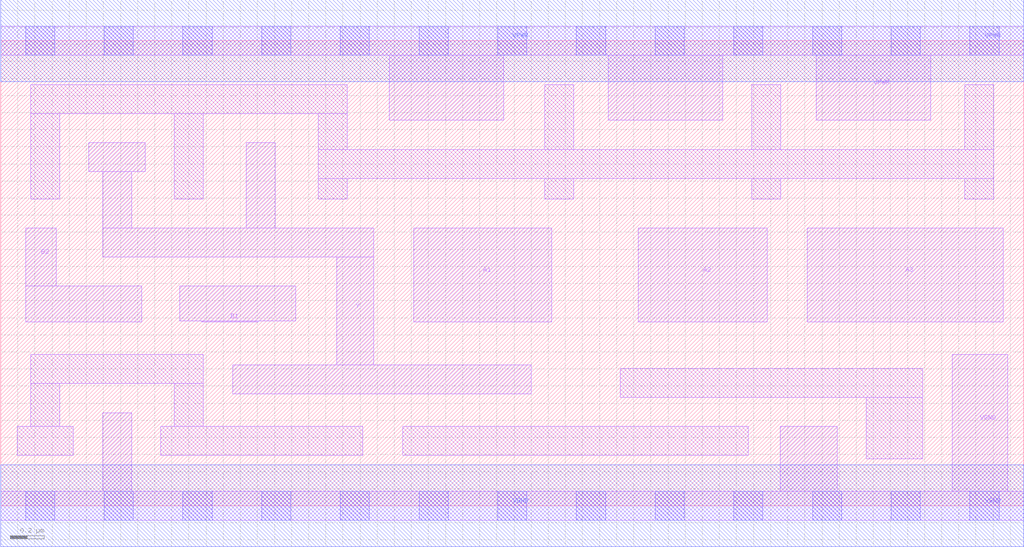
<source format=lef>
# Copyright 2020 The SkyWater PDK Authors
#
# Licensed under the Apache License, Version 2.0 (the "License");
# you may not use this file except in compliance with the License.
# You may obtain a copy of the License at
#
#     https://www.apache.org/licenses/LICENSE-2.0
#
# Unless required by applicable law or agreed to in writing, software
# distributed under the License is distributed on an "AS IS" BASIS,
# WITHOUT WARRANTIES OR CONDITIONS OF ANY KIND, either express or implied.
# See the License for the specific language governing permissions and
# limitations under the License.
#
# SPDX-License-Identifier: Apache-2.0

VERSION 5.7 ;
  NAMESCASESENSITIVE ON ;
  NOWIREEXTENSIONATPIN ON ;
  DIVIDERCHAR "/" ;
  BUSBITCHARS "[]" ;
UNITS
  DATABASE MICRONS 200 ;
END UNITS
MACRO sky130_fd_sc_hd__a32oi_2
  CLASS CORE ;
  SOURCE USER ;
  FOREIGN sky130_fd_sc_hd__a32oi_2 ;
  ORIGIN  0.000000  0.000000 ;
  SIZE  5.980000 BY  2.720000 ;
  SYMMETRY X Y R90 ;
  SITE unithd ;
  PIN A1
    ANTENNAGATEAREA  0.495000 ;
    DIRECTION INPUT ;
    USE SIGNAL ;
    PORT
      LAYER li1 ;
        RECT 2.415000 1.075000 3.220000 1.625000 ;
    END
  END A1
  PIN A2
    ANTENNAGATEAREA  0.495000 ;
    DIRECTION INPUT ;
    USE SIGNAL ;
    PORT
      LAYER li1 ;
        RECT 3.725000 1.075000 4.480000 1.625000 ;
    END
  END A2
  PIN A3
    ANTENNAGATEAREA  0.495000 ;
    DIRECTION INPUT ;
    USE SIGNAL ;
    PORT
      LAYER li1 ;
        RECT 4.715000 1.075000 5.860000 1.625000 ;
    END
  END A3
  PIN B1
    ANTENNAGATEAREA  0.495000 ;
    DIRECTION INPUT ;
    USE SIGNAL ;
    PORT
      LAYER li1 ;
        RECT 1.045000 1.080000 1.725000 1.285000 ;
        RECT 1.175000 1.075000 1.505000 1.080000 ;
    END
  END B1
  PIN B2
    ANTENNAGATEAREA  0.495000 ;
    DIRECTION INPUT ;
    USE SIGNAL ;
    PORT
      LAYER li1 ;
        RECT 0.145000 1.075000 0.825000 1.285000 ;
        RECT 0.145000 1.285000 0.325000 1.625000 ;
    END
  END B2
  PIN Y
    ANTENNADIFFAREA  0.891000 ;
    DIRECTION OUTPUT ;
    USE SIGNAL ;
    PORT
      LAYER li1 ;
        RECT 0.515000 1.955000 0.845000 2.125000 ;
        RECT 0.595000 1.455000 2.180000 1.625000 ;
        RECT 0.595000 1.625000 0.765000 1.955000 ;
        RECT 1.355000 0.655000 3.100000 0.825000 ;
        RECT 1.435000 1.625000 1.605000 2.125000 ;
        RECT 1.965000 0.825000 2.180000 1.455000 ;
    END
  END Y
  PIN VGND
    DIRECTION INOUT ;
    SHAPE ABUTMENT ;
    USE GROUND ;
    PORT
      LAYER li1 ;
        RECT 0.000000 -0.085000 5.980000 0.085000 ;
        RECT 0.595000  0.085000 0.765000 0.545000 ;
        RECT 4.555000  0.085000 4.890000 0.465000 ;
        RECT 5.560000  0.085000 5.885000 0.885000 ;
      LAYER mcon ;
        RECT 0.145000 -0.085000 0.315000 0.085000 ;
        RECT 0.605000 -0.085000 0.775000 0.085000 ;
        RECT 1.065000 -0.085000 1.235000 0.085000 ;
        RECT 1.525000 -0.085000 1.695000 0.085000 ;
        RECT 1.985000 -0.085000 2.155000 0.085000 ;
        RECT 2.445000 -0.085000 2.615000 0.085000 ;
        RECT 2.905000 -0.085000 3.075000 0.085000 ;
        RECT 3.365000 -0.085000 3.535000 0.085000 ;
        RECT 3.825000 -0.085000 3.995000 0.085000 ;
        RECT 4.285000 -0.085000 4.455000 0.085000 ;
        RECT 4.745000 -0.085000 4.915000 0.085000 ;
        RECT 5.205000 -0.085000 5.375000 0.085000 ;
        RECT 5.665000 -0.085000 5.835000 0.085000 ;
      LAYER met1 ;
        RECT 0.000000 -0.240000 5.980000 0.240000 ;
    END
  END VGND
  PIN VPWR
    DIRECTION INOUT ;
    SHAPE ABUTMENT ;
    USE POWER ;
    PORT
      LAYER li1 ;
        RECT 0.000000 2.635000 5.980000 2.805000 ;
        RECT 2.270000 2.255000 2.940000 2.635000 ;
        RECT 3.550000 2.255000 4.220000 2.635000 ;
        RECT 4.765000 2.255000 5.435000 2.635000 ;
      LAYER mcon ;
        RECT 0.145000 2.635000 0.315000 2.805000 ;
        RECT 0.605000 2.635000 0.775000 2.805000 ;
        RECT 1.065000 2.635000 1.235000 2.805000 ;
        RECT 1.525000 2.635000 1.695000 2.805000 ;
        RECT 1.985000 2.635000 2.155000 2.805000 ;
        RECT 2.445000 2.635000 2.615000 2.805000 ;
        RECT 2.905000 2.635000 3.075000 2.805000 ;
        RECT 3.365000 2.635000 3.535000 2.805000 ;
        RECT 3.825000 2.635000 3.995000 2.805000 ;
        RECT 4.285000 2.635000 4.455000 2.805000 ;
        RECT 4.745000 2.635000 4.915000 2.805000 ;
        RECT 5.205000 2.635000 5.375000 2.805000 ;
        RECT 5.665000 2.635000 5.835000 2.805000 ;
      LAYER met1 ;
        RECT 0.000000 2.480000 5.980000 2.960000 ;
    END
  END VPWR
  OBS
    LAYER li1 ;
      RECT 0.095000 0.295000 0.425000 0.465000 ;
      RECT 0.175000 0.465000 0.345000 0.715000 ;
      RECT 0.175000 0.715000 1.185000 0.885000 ;
      RECT 0.175000 1.795000 0.345000 2.295000 ;
      RECT 0.175000 2.295000 2.025000 2.465000 ;
      RECT 0.935000 0.295000 2.115000 0.465000 ;
      RECT 1.015000 0.465000 1.185000 0.715000 ;
      RECT 1.015000 1.795000 1.185000 2.295000 ;
      RECT 1.855000 1.795000 2.025000 1.915000 ;
      RECT 1.855000 1.915000 5.805000 2.085000 ;
      RECT 1.855000 2.085000 2.025000 2.295000 ;
      RECT 2.350000 0.295000 4.370000 0.465000 ;
      RECT 3.180000 1.795000 3.350000 1.915000 ;
      RECT 3.180000 2.085000 3.350000 2.465000 ;
      RECT 3.620000 0.635000 5.390000 0.805000 ;
      RECT 4.390000 1.795000 4.560000 1.915000 ;
      RECT 4.390000 2.085000 4.560000 2.465000 ;
      RECT 5.060000 0.275000 5.390000 0.635000 ;
      RECT 5.635000 1.795000 5.805000 1.915000 ;
      RECT 5.635000 2.085000 5.805000 2.465000 ;
  END
END sky130_fd_sc_hd__a32oi_2
END LIBRARY

</source>
